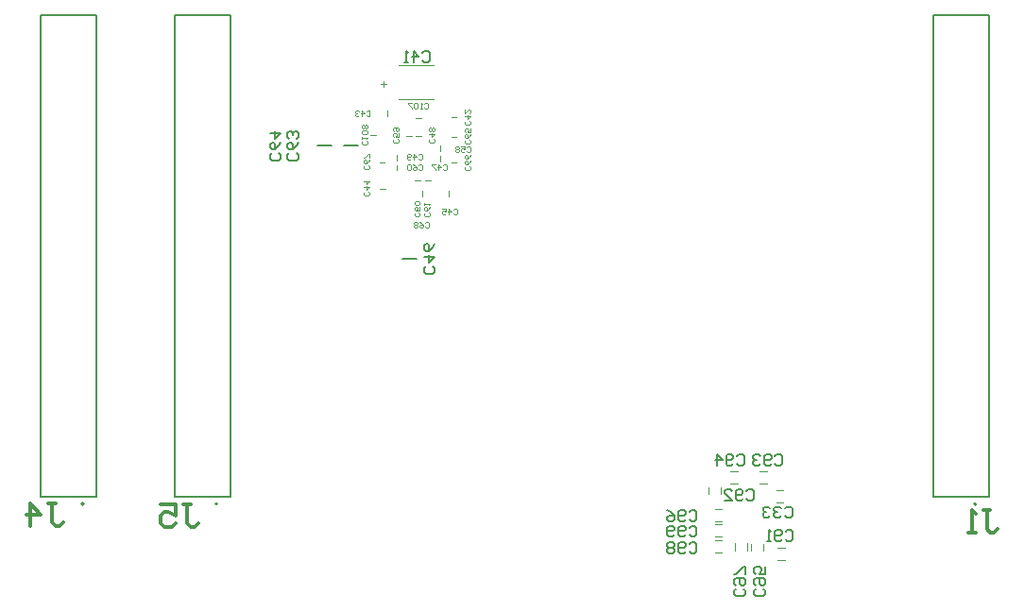
<source format=gbr>
%TF.GenerationSoftware,Altium Limited,Altium Designer,23.5.1 (21)*%
G04 Layer_Color=32896*
%FSLAX45Y45*%
%MOMM*%
%TF.SameCoordinates,DF551FB5-6F85-4ABD-ABAF-5ACF3DF1BB5E*%
%TF.FilePolarity,Positive*%
%TF.FileFunction,Legend,Bot*%
%TF.Part,Single*%
G01*
G75*
%TA.AperFunction,NonConductor*%
%ADD94C,0.20000*%
%ADD95C,0.15000*%
%ADD96C,0.10000*%
%ADD97C,0.12700*%
%ADD98C,0.30000*%
D94*
X2140001Y1175001D02*
G03*
X2140001Y1175001I-10000J0D01*
G01*
X3340001D02*
G03*
X3340001Y1175001I-10000J0D01*
G01*
X10140001D02*
G03*
X10140001Y1175001I-10000J0D01*
G01*
X3891125Y4317626D02*
X3907786Y4300965D01*
Y4267642D01*
X3891125Y4250981D01*
X3824480D01*
X3807818Y4267642D01*
Y4300965D01*
X3824480Y4317626D01*
X3907786Y4417594D02*
X3891125Y4384271D01*
X3857802Y4350949D01*
X3824480D01*
X3807818Y4367610D01*
Y4400933D01*
X3824480Y4417594D01*
X3841141D01*
X3857802Y4400933D01*
Y4350949D01*
X3807818Y4500901D02*
X3907786D01*
X3857802Y4450917D01*
Y4517562D01*
X4051124Y4317626D02*
X4067786Y4300965D01*
Y4267643D01*
X4051124Y4250981D01*
X3984479D01*
X3967818Y4267643D01*
Y4300965D01*
X3984479Y4317626D01*
X4067786Y4417594D02*
X4051124Y4384272D01*
X4017802Y4350949D01*
X3984479D01*
X3967818Y4367611D01*
Y4400933D01*
X3984479Y4417594D01*
X4001140D01*
X4017802Y4400933D01*
Y4350949D01*
X4051124Y4450917D02*
X4067786Y4467578D01*
Y4500901D01*
X4051124Y4517562D01*
X4034463D01*
X4017802Y4500901D01*
Y4484239D01*
Y4500901D01*
X4001140Y4517562D01*
X3984479D01*
X3967818Y4500901D01*
Y4467578D01*
X3984479Y4450917D01*
X8426647Y1133324D02*
X8443308Y1149985D01*
X8476630D01*
X8493292Y1133324D01*
Y1066679D01*
X8476630Y1050017D01*
X8443308D01*
X8426647Y1066679D01*
X8393324Y1133324D02*
X8376662Y1149985D01*
X8343340D01*
X8326679Y1133324D01*
Y1116662D01*
X8343340Y1100001D01*
X8360001D01*
X8343340D01*
X8326679Y1083340D01*
Y1066679D01*
X8343340Y1050017D01*
X8376662D01*
X8393324Y1066679D01*
X8293356Y1133324D02*
X8276695Y1149985D01*
X8243372D01*
X8226711Y1133324D01*
Y1116662D01*
X8243372Y1100001D01*
X8260034D01*
X8243372D01*
X8226711Y1083340D01*
Y1066679D01*
X8243372Y1050017D01*
X8276695D01*
X8293356Y1066679D01*
X8081947Y1287594D02*
X8098608Y1304255D01*
X8131931D01*
X8148592Y1287594D01*
Y1220949D01*
X8131931Y1204288D01*
X8098608D01*
X8081947Y1220949D01*
X8048624D02*
X8031963Y1204288D01*
X7998640D01*
X7981979Y1220949D01*
Y1287594D01*
X7998640Y1304255D01*
X8031963D01*
X8048624Y1287594D01*
Y1270933D01*
X8031963Y1254272D01*
X7981979D01*
X7882011Y1204288D02*
X7948656D01*
X7882011Y1270933D01*
Y1287594D01*
X7898673Y1304255D01*
X7931995D01*
X7948656Y1287594D01*
X7566647Y963324D02*
X7583308Y979985D01*
X7616630D01*
X7633292Y963324D01*
Y896679D01*
X7616630Y880017D01*
X7583308D01*
X7566647Y896679D01*
X7533324D02*
X7516662Y880017D01*
X7483340D01*
X7466679Y896679D01*
Y963324D01*
X7483340Y979985D01*
X7516662D01*
X7533324Y963324D01*
Y946662D01*
X7516662Y930001D01*
X7466679D01*
X7433356Y896679D02*
X7416695Y880017D01*
X7383372D01*
X7366711Y896679D01*
Y963324D01*
X7383372Y979985D01*
X7416695D01*
X7433356Y963324D01*
Y946662D01*
X7416695Y930001D01*
X7366711D01*
X7566647Y813324D02*
X7583308Y829985D01*
X7616630D01*
X7633292Y813324D01*
Y746679D01*
X7616630Y730017D01*
X7583308D01*
X7566647Y746679D01*
X7533324D02*
X7516662Y730017D01*
X7483340D01*
X7466679Y746679D01*
Y813324D01*
X7483340Y829985D01*
X7516662D01*
X7533324Y813324D01*
Y796662D01*
X7516662Y780001D01*
X7466679D01*
X7433356Y813324D02*
X7416695Y829985D01*
X7383372D01*
X7366711Y813324D01*
Y796662D01*
X7383372Y780001D01*
X7366711Y763340D01*
Y746679D01*
X7383372Y730017D01*
X7416695D01*
X7433356Y746679D01*
Y763340D01*
X7416695Y780001D01*
X7433356Y796662D01*
Y813324D01*
X7416695Y780001D02*
X7383372D01*
X8053324Y413356D02*
X8069985Y396694D01*
Y363372D01*
X8053324Y346711D01*
X7986679D01*
X7970017Y363372D01*
Y396694D01*
X7986679Y413356D01*
Y446678D02*
X7970017Y463340D01*
Y496662D01*
X7986679Y513323D01*
X8053324D01*
X8069985Y496662D01*
Y463340D01*
X8053324Y446678D01*
X8036662D01*
X8020001Y463340D01*
Y513323D01*
X8069985Y546646D02*
Y613291D01*
X8053324D01*
X7986679Y546646D01*
X7970017D01*
X7566647Y1103324D02*
X7583308Y1119985D01*
X7616630D01*
X7633292Y1103324D01*
Y1036679D01*
X7616630Y1020017D01*
X7583308D01*
X7566647Y1036679D01*
X7533324D02*
X7516662Y1020017D01*
X7483340D01*
X7466679Y1036679D01*
Y1103324D01*
X7483340Y1119985D01*
X7516662D01*
X7533324Y1103324D01*
Y1086662D01*
X7516662Y1070001D01*
X7466679D01*
X7366711Y1119985D02*
X7400033Y1103324D01*
X7433356Y1070001D01*
Y1036679D01*
X7416695Y1020017D01*
X7383372D01*
X7366711Y1036679D01*
Y1053340D01*
X7383372Y1070001D01*
X7433356D01*
X8233324Y413356D02*
X8249985Y396694D01*
Y363372D01*
X8233324Y346711D01*
X8166679D01*
X8150017Y363372D01*
Y396694D01*
X8166679Y413356D01*
Y446678D02*
X8150017Y463340D01*
Y496662D01*
X8166679Y513323D01*
X8233324D01*
X8249985Y496662D01*
Y463340D01*
X8233324Y446678D01*
X8216663D01*
X8200001Y463340D01*
Y513323D01*
X8249985Y613291D02*
Y546646D01*
X8200001D01*
X8216663Y579969D01*
Y596630D01*
X8200001Y613291D01*
X8166679D01*
X8150017Y596630D01*
Y563307D01*
X8166679Y546646D01*
X7996646Y1603324D02*
X8013308Y1619985D01*
X8046630D01*
X8063291Y1603324D01*
Y1536679D01*
X8046630Y1520017D01*
X8013308D01*
X7996646Y1536679D01*
X7963324D02*
X7946662Y1520017D01*
X7913340D01*
X7896679Y1536679D01*
Y1603324D01*
X7913340Y1619985D01*
X7946662D01*
X7963324Y1603324D01*
Y1586662D01*
X7946662Y1570001D01*
X7896679D01*
X7813372Y1520017D02*
Y1619985D01*
X7863356Y1570001D01*
X7796711D01*
X8336647Y1603324D02*
X8353308Y1619985D01*
X8386630D01*
X8403292Y1603324D01*
Y1536679D01*
X8386630Y1520017D01*
X8353308D01*
X8336647Y1536679D01*
X8303324D02*
X8286662Y1520017D01*
X8253340D01*
X8236679Y1536679D01*
Y1603324D01*
X8253340Y1619985D01*
X8286662D01*
X8303324Y1603324D01*
Y1586662D01*
X8286662Y1570001D01*
X8236679D01*
X8203356Y1603324D02*
X8186695Y1619985D01*
X8153372D01*
X8136711Y1603324D01*
Y1586662D01*
X8153372Y1570001D01*
X8170033D01*
X8153372D01*
X8136711Y1553340D01*
Y1536679D01*
X8153372Y1520017D01*
X8186695D01*
X8203356Y1536679D01*
X8429985Y923324D02*
X8446646Y939985D01*
X8479969D01*
X8496630Y923324D01*
Y856679D01*
X8479969Y840017D01*
X8446646D01*
X8429985Y856679D01*
X8396662D02*
X8380001Y840017D01*
X8346679D01*
X8330017Y856679D01*
Y923324D01*
X8346679Y939985D01*
X8380001D01*
X8396662Y923324D01*
Y906662D01*
X8380001Y890001D01*
X8330017D01*
X8296695Y840017D02*
X8263372D01*
X8280033D01*
Y939985D01*
X8296695Y923324D01*
X5271124Y3307626D02*
X5287786Y3290965D01*
Y3257643D01*
X5271124Y3240981D01*
X5204479D01*
X5187818Y3257643D01*
Y3290965D01*
X5204479Y3307626D01*
X5187818Y3390933D02*
X5287786D01*
X5237802Y3340949D01*
Y3407594D01*
X5287786Y3507562D02*
X5271124Y3474239D01*
X5237802Y3440917D01*
X5204479D01*
X5187818Y3457578D01*
Y3490901D01*
X5204479Y3507562D01*
X5221140D01*
X5237802Y3490901D01*
Y3440917D01*
X5177786Y5217594D02*
X5194447Y5234255D01*
X5227769D01*
X5244431Y5217594D01*
Y5150949D01*
X5227769Y5134288D01*
X5194447D01*
X5177786Y5150949D01*
X5094479Y5134288D02*
Y5234255D01*
X5144463Y5184272D01*
X5077818D01*
X5044495Y5134288D02*
X5011173D01*
X5027834D01*
Y5234255D01*
X5044495Y5217594D01*
D95*
X4992802Y3371271D02*
X5122802D01*
X4232800Y4387272D02*
X4362800D01*
X4472802D02*
X4602802D01*
D96*
X4966802Y5104271D02*
X5276801D01*
X4827102Y4916572D02*
Y4966571D01*
X4802102Y4941572D02*
X4852102D01*
X4966802Y4804272D02*
X5276801D01*
X4712802Y4478705D02*
X4762802D01*
X5172235Y3929272D02*
Y3979271D01*
X5112802Y4629838D02*
X5162802D01*
X4789567Y4239435D02*
X4839567D01*
X5432802Y4238705D02*
X5482802D01*
X5432802Y4468705D02*
X5482802D01*
X8347501Y1185001D02*
X8412501D01*
X8347501Y1295001D02*
X8412501D01*
X7742802Y1261772D02*
Y1326772D01*
X7852802Y1261772D02*
Y1326772D01*
X7797502Y1125001D02*
X7862502D01*
X7797502Y1015001D02*
X7862502D01*
X8197927Y1355001D02*
X8262927D01*
X8197927Y1465001D02*
X8262927D01*
X8123352Y753927D02*
Y818927D01*
X8233352Y753927D02*
Y818927D01*
X7977927Y757501D02*
Y822501D01*
X8087926Y757501D02*
Y822501D01*
X4792802Y3998705D02*
X4842802D01*
X5333368Y4244271D02*
Y4294271D01*
X5197802Y4078705D02*
X5247802D01*
X4942235Y4164271D02*
Y4214271D01*
X5027801Y4469838D02*
X5077801D01*
X5333368Y4334272D02*
Y4384272D01*
X5107802Y4078705D02*
X5157801D01*
X4942235Y4254272D02*
Y4304272D01*
X5117802Y4469838D02*
X5167802D01*
X5413368Y3929272D02*
Y3979271D01*
X4862235Y4649272D02*
Y4699272D01*
X5432802Y4639838D02*
X5482802D01*
X7937501Y1465001D02*
X8002501D01*
X7937501Y1355001D02*
X8002501D01*
X7797501Y739576D02*
X7862501D01*
X7797501Y849576D02*
X7862501D01*
X7797501Y885001D02*
X7862501D01*
X7797501Y995001D02*
X7862501D01*
X8357501Y785001D02*
X8422501D01*
X8357501Y675001D02*
X8422501D01*
X4674463Y4430122D02*
X4682794Y4421792D01*
Y4405131D01*
X4674463Y4396800D01*
X4641141D01*
X4632810Y4405131D01*
Y4421792D01*
X4641141Y4430122D01*
X4632810Y4446784D02*
Y4463445D01*
Y4455114D01*
X4682794D01*
X4674463Y4446784D01*
Y4488437D02*
X4682794Y4496767D01*
Y4513429D01*
X4674463Y4521759D01*
X4641141D01*
X4632810Y4513429D01*
Y4496767D01*
X4641141Y4488437D01*
X4674463D01*
Y4538420D02*
X4682794Y4546751D01*
Y4563412D01*
X4674463Y4571743D01*
X4666133D01*
X4657802Y4563412D01*
X4649471Y4571743D01*
X4641141D01*
X4632810Y4563412D01*
Y4546751D01*
X4641141Y4538420D01*
X4649471D01*
X4657802Y4546751D01*
X4666133Y4538420D01*
X4674463D01*
X4657802Y4546751D02*
Y4563412D01*
X5191951Y4760933D02*
X5200281Y4769264D01*
X5216943D01*
X5225273Y4760933D01*
Y4727611D01*
X5216943Y4719280D01*
X5200281D01*
X5191951Y4727611D01*
X5175290Y4719280D02*
X5158628D01*
X5166959D01*
Y4769264D01*
X5175290Y4760933D01*
X5133636D02*
X5125306Y4769264D01*
X5108645D01*
X5100314Y4760933D01*
Y4727611D01*
X5108645Y4719280D01*
X5125306D01*
X5133636Y4727611D01*
Y4760933D01*
X5083653Y4769264D02*
X5050330D01*
Y4760933D01*
X5083653Y4727611D01*
Y4719280D01*
X5201124Y3690933D02*
X5209455Y3699263D01*
X5226116D01*
X5234446Y3690933D01*
Y3657610D01*
X5226116Y3649280D01*
X5209455D01*
X5201124Y3657610D01*
X5151140Y3699263D02*
X5167802Y3690933D01*
X5184463Y3674272D01*
Y3657610D01*
X5176132Y3649280D01*
X5159471D01*
X5151140Y3657610D01*
Y3665941D01*
X5159471Y3674272D01*
X5184463D01*
X5134479Y3690933D02*
X5126148Y3699263D01*
X5109487D01*
X5101157Y3690933D01*
Y3682602D01*
X5109487Y3674272D01*
X5101157Y3665941D01*
Y3657610D01*
X5109487Y3649280D01*
X5126148D01*
X5134479Y3657610D01*
Y3665941D01*
X5126148Y3674272D01*
X5134479Y3682602D01*
Y3690933D01*
X5126148Y3674272D02*
X5109487D01*
X4694463Y4210949D02*
X4702794Y4202618D01*
Y4185957D01*
X4694463Y4177627D01*
X4661141D01*
X4652810Y4185957D01*
Y4202618D01*
X4661141Y4210949D01*
X4702794Y4260933D02*
X4694463Y4244271D01*
X4677802Y4227610D01*
X4661141D01*
X4652810Y4235941D01*
Y4252602D01*
X4661141Y4260933D01*
X4669471D01*
X4677802Y4252602D01*
Y4227610D01*
X4702794Y4277594D02*
Y4310916D01*
X4694463D01*
X4661141Y4277594D01*
X4652810D01*
X5594463Y4200949D02*
X5602794Y4192618D01*
Y4175957D01*
X5594463Y4167627D01*
X5561141D01*
X5552810Y4175957D01*
Y4192618D01*
X5561141Y4200949D01*
X5602794Y4250933D02*
X5594463Y4234271D01*
X5577802Y4217610D01*
X5561141D01*
X5552810Y4225941D01*
Y4242602D01*
X5561141Y4250933D01*
X5569471D01*
X5577802Y4242602D01*
Y4217610D01*
X5602794Y4300916D02*
X5594463Y4284255D01*
X5577802Y4267594D01*
X5561141D01*
X5552810Y4275925D01*
Y4292586D01*
X5561141Y4300916D01*
X5569471D01*
X5577802Y4292586D01*
Y4267594D01*
X5594463Y4440949D02*
X5602793Y4432619D01*
Y4415958D01*
X5594463Y4407627D01*
X5561141D01*
X5552810Y4415958D01*
Y4432619D01*
X5561141Y4440949D01*
X5602793Y4490933D02*
X5594463Y4474272D01*
X5577802Y4457611D01*
X5561141D01*
X5552810Y4465941D01*
Y4482602D01*
X5561141Y4490933D01*
X5569471D01*
X5577802Y4482602D01*
Y4457611D01*
X5602793Y4540917D02*
Y4507594D01*
X5577802D01*
X5586132Y4524255D01*
Y4532586D01*
X5577802Y4540917D01*
X5561141D01*
X5552810Y4532586D01*
Y4515925D01*
X5561141Y4507594D01*
X5234463Y3789280D02*
X5242794Y3780949D01*
Y3764288D01*
X5234463Y3755957D01*
X5201141D01*
X5192810Y3764288D01*
Y3780949D01*
X5201141Y3789280D01*
X5242794Y3839263D02*
X5234463Y3822602D01*
X5217802Y3805941D01*
X5201141D01*
X5192810Y3814272D01*
Y3830933D01*
X5201141Y3839263D01*
X5209471D01*
X5217802Y3830933D01*
Y3805941D01*
X5192810Y3855924D02*
Y3872586D01*
Y3864255D01*
X5242794D01*
X5234463Y3855924D01*
X5141124Y4210933D02*
X5149455Y4219263D01*
X5166116D01*
X5174447Y4210933D01*
Y4177610D01*
X5166116Y4169280D01*
X5149455D01*
X5141124Y4177610D01*
X5091140Y4219263D02*
X5107802Y4210933D01*
X5124463Y4194272D01*
Y4177610D01*
X5116132Y4169280D01*
X5099471D01*
X5091140Y4177610D01*
Y4185941D01*
X5099471Y4194272D01*
X5124463D01*
X5074479Y4210933D02*
X5066149Y4219263D01*
X5049487D01*
X5041157Y4210933D01*
Y4177610D01*
X5049487Y4169280D01*
X5066149D01*
X5074479Y4177610D01*
Y4210933D01*
X4954463Y4450949D02*
X4962794Y4442618D01*
Y4425957D01*
X4954463Y4417627D01*
X4921141D01*
X4912810Y4425957D01*
Y4442618D01*
X4921141Y4450949D01*
X4962794Y4500933D02*
Y4467610D01*
X4937802D01*
X4946133Y4484271D01*
Y4492602D01*
X4937802Y4500933D01*
X4921141D01*
X4912810Y4492602D01*
Y4475941D01*
X4921141Y4467610D01*
Y4517594D02*
X4912810Y4525925D01*
Y4542586D01*
X4921141Y4550916D01*
X4954463D01*
X4962794Y4542586D01*
Y4525925D01*
X4954463Y4517594D01*
X4946133D01*
X4937802Y4525925D01*
Y4550916D01*
X5571124Y4370933D02*
X5579455Y4379264D01*
X5596116D01*
X5604447Y4370933D01*
Y4337611D01*
X5596116Y4329280D01*
X5579455D01*
X5571124Y4337611D01*
X5521140Y4379264D02*
X5554463D01*
Y4354272D01*
X5537802Y4362602D01*
X5529471D01*
X5521140Y4354272D01*
Y4337611D01*
X5529471Y4329280D01*
X5546132D01*
X5554463Y4337611D01*
X5504479Y4370933D02*
X5496149Y4379264D01*
X5479487D01*
X5471157Y4370933D01*
Y4362602D01*
X5479487Y4354272D01*
X5471157Y4345941D01*
Y4337611D01*
X5479487Y4329280D01*
X5496149D01*
X5504479Y4337611D01*
Y4345941D01*
X5496149Y4354272D01*
X5504479Y4362602D01*
Y4370933D01*
X5496149Y4354272D02*
X5479487D01*
X5144463Y3790949D02*
X5152794Y3782618D01*
Y3765957D01*
X5144463Y3757626D01*
X5111141D01*
X5102810Y3765957D01*
Y3782618D01*
X5111141Y3790949D01*
X5152794Y3840933D02*
Y3807610D01*
X5127802D01*
X5136133Y3824271D01*
Y3832602D01*
X5127802Y3840933D01*
X5111141D01*
X5102810Y3832602D01*
Y3815941D01*
X5111141Y3807610D01*
X5144463Y3857594D02*
X5152794Y3865924D01*
Y3882586D01*
X5144463Y3890916D01*
X5111141D01*
X5102810Y3882586D01*
Y3865924D01*
X5111141Y3857594D01*
X5144463D01*
X5141124Y4300933D02*
X5149455Y4309263D01*
X5166116D01*
X5174447Y4300933D01*
Y4267610D01*
X5166116Y4259280D01*
X5149455D01*
X5141124Y4267610D01*
X5099471Y4259280D02*
Y4309263D01*
X5124463Y4284272D01*
X5091140D01*
X5074479Y4267610D02*
X5066149Y4259280D01*
X5049487D01*
X5041157Y4267610D01*
Y4300933D01*
X5049487Y4309263D01*
X5066149D01*
X5074479Y4300933D01*
Y4292602D01*
X5066149Y4284272D01*
X5041157D01*
X5274463Y4450949D02*
X5282794Y4442618D01*
Y4425957D01*
X5274463Y4417627D01*
X5241141D01*
X5232810Y4425957D01*
Y4442618D01*
X5241141Y4450949D01*
X5232810Y4492602D02*
X5282794D01*
X5257802Y4467610D01*
Y4500933D01*
X5274463Y4517594D02*
X5282794Y4525925D01*
Y4542586D01*
X5274463Y4550916D01*
X5266133D01*
X5257802Y4542586D01*
X5249471Y4550916D01*
X5241141D01*
X5232810Y4542586D01*
Y4525925D01*
X5241141Y4517594D01*
X5249471D01*
X5257802Y4525925D01*
X5266133Y4517594D01*
X5274463D01*
X5257802Y4525925D02*
Y4542586D01*
X5361124Y4210933D02*
X5369455Y4219263D01*
X5386116D01*
X5394446Y4210933D01*
Y4177610D01*
X5386116Y4169280D01*
X5369455D01*
X5361124Y4177610D01*
X5319471Y4169280D02*
Y4219263D01*
X5344463Y4194272D01*
X5311140D01*
X5294479Y4219263D02*
X5261157D01*
Y4210933D01*
X5294479Y4177610D01*
Y4169280D01*
X5451124Y3810933D02*
X5459455Y3819263D01*
X5476116D01*
X5484446Y3810933D01*
Y3777610D01*
X5476116Y3769280D01*
X5459455D01*
X5451124Y3777610D01*
X5409471Y3769280D02*
Y3819263D01*
X5434463Y3794272D01*
X5401140D01*
X5351157Y3819263D02*
X5384479D01*
Y3794272D01*
X5367818Y3802602D01*
X5359487D01*
X5351157Y3794272D01*
Y3777610D01*
X5359487Y3769280D01*
X5376149D01*
X5384479Y3777610D01*
X4694463Y3970949D02*
X4702794Y3962618D01*
Y3945957D01*
X4694463Y3937627D01*
X4661141D01*
X4652810Y3945957D01*
Y3962618D01*
X4661141Y3970949D01*
X4652810Y4012602D02*
X4702794D01*
X4677802Y3987610D01*
Y4020933D01*
X4652810Y4062586D02*
X4702794D01*
X4677802Y4037594D01*
Y4070916D01*
X4671124Y4690933D02*
X4679455Y4699263D01*
X4696116D01*
X4704447Y4690933D01*
Y4657610D01*
X4696116Y4649280D01*
X4679455D01*
X4671124Y4657610D01*
X4629471Y4649280D02*
Y4699263D01*
X4654463Y4674272D01*
X4621140D01*
X4604479Y4690933D02*
X4596149Y4699263D01*
X4579487D01*
X4571157Y4690933D01*
Y4682602D01*
X4579487Y4674272D01*
X4587818D01*
X4579487D01*
X4571157Y4665941D01*
Y4657610D01*
X4579487Y4649280D01*
X4596149D01*
X4604479Y4657610D01*
X5594463Y4610949D02*
X5602793Y4602619D01*
Y4585958D01*
X5594463Y4577627D01*
X5561141D01*
X5552810Y4585958D01*
Y4602619D01*
X5561141Y4610949D01*
X5552810Y4652602D02*
X5602793D01*
X5577802Y4627611D01*
Y4660933D01*
X5552810Y4710917D02*
Y4677594D01*
X5586132Y4710917D01*
X5594463D01*
X5602793Y4702586D01*
Y4685925D01*
X5594463Y4677594D01*
D97*
X1753001Y1240001D02*
X2253001D01*
X1753001Y5558001D02*
X2253001D01*
Y1240001D02*
Y5558001D01*
X1753001Y1240001D02*
Y5558001D01*
X2953001Y1240001D02*
Y5558001D01*
X3453001Y1240001D02*
Y5558001D01*
X2953001D02*
X3453001D01*
X2953001Y1240001D02*
X3453001D01*
X9753001D02*
Y5558001D01*
Y1240001D02*
X10253001D01*
X9753001Y5558001D02*
X10253001D01*
Y1240001D02*
Y5558001D01*
D98*
X10200001Y1119969D02*
X10266646D01*
X10233324D01*
Y953356D01*
X10266646Y920033D01*
X10299969D01*
X10333291Y953356D01*
X10133356Y920033D02*
X10066711D01*
X10100033D01*
Y1119969D01*
X10133356Y1086646D01*
X3033324Y1169969D02*
X3099969D01*
X3066646D01*
Y1003356D01*
X3099969Y970033D01*
X3133292D01*
X3166614Y1003356D01*
X2833388Y1169969D02*
X2966679D01*
Y1070001D01*
X2900034Y1103324D01*
X2866711D01*
X2833388Y1070001D01*
Y1003356D01*
X2866711Y970033D01*
X2933356D01*
X2966679Y1003356D01*
X1823324Y1179969D02*
X1889969D01*
X1856646D01*
Y1013356D01*
X1889969Y980034D01*
X1923292D01*
X1956614Y1013356D01*
X1656711Y980034D02*
Y1179969D01*
X1756678Y1080001D01*
X1623388D01*
%TF.MD5,52c373188de849efdf49c90eee9fb4b6*%
M02*

</source>
